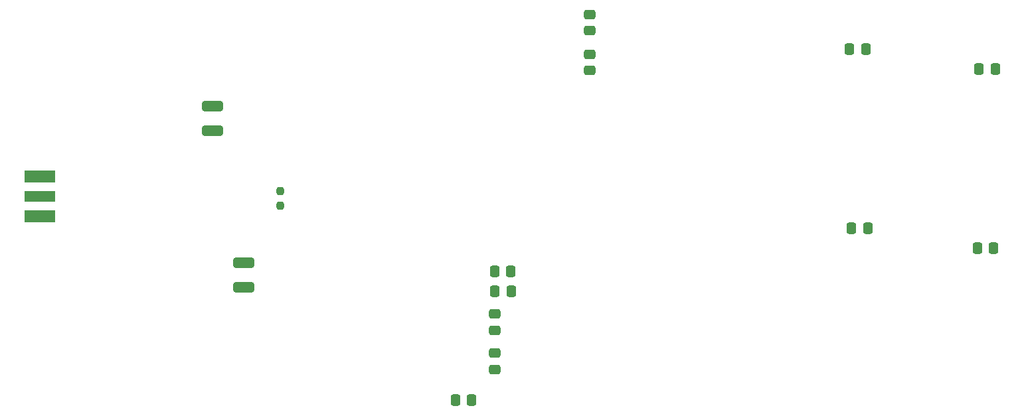
<source format=gbp>
G04 #@! TF.GenerationSoftware,KiCad,Pcbnew,(6.0.0)*
G04 #@! TF.CreationDate,2022-07-21T12:24:26+02:00*
G04 #@! TF.ProjectId,AWG,4157472e-6b69-4636-9164-5f7063625858,rev?*
G04 #@! TF.SameCoordinates,Original*
G04 #@! TF.FileFunction,Paste,Bot*
G04 #@! TF.FilePolarity,Positive*
%FSLAX46Y46*%
G04 Gerber Fmt 4.6, Leading zero omitted, Abs format (unit mm)*
G04 Created by KiCad (PCBNEW (6.0.0)) date 2022-07-21 12:24:26*
%MOMM*%
%LPD*%
G01*
G04 APERTURE LIST*
G04 Aperture macros list*
%AMRoundRect*
0 Rectangle with rounded corners*
0 $1 Rounding radius*
0 $2 $3 $4 $5 $6 $7 $8 $9 X,Y pos of 4 corners*
0 Add a 4 corners polygon primitive as box body*
4,1,4,$2,$3,$4,$5,$6,$7,$8,$9,$2,$3,0*
0 Add four circle primitives for the rounded corners*
1,1,$1+$1,$2,$3*
1,1,$1+$1,$4,$5*
1,1,$1+$1,$6,$7*
1,1,$1+$1,$8,$9*
0 Add four rect primitives between the rounded corners*
20,1,$1+$1,$2,$3,$4,$5,0*
20,1,$1+$1,$4,$5,$6,$7,0*
20,1,$1+$1,$6,$7,$8,$9,0*
20,1,$1+$1,$8,$9,$2,$3,0*%
G04 Aperture macros list end*
%ADD10RoundRect,0.250000X0.475000X-0.337500X0.475000X0.337500X-0.475000X0.337500X-0.475000X-0.337500X0*%
%ADD11RoundRect,0.250000X-0.475000X0.337500X-0.475000X-0.337500X0.475000X-0.337500X0.475000X0.337500X0*%
%ADD12RoundRect,0.250000X-0.337500X-0.475000X0.337500X-0.475000X0.337500X0.475000X-0.337500X0.475000X0*%
%ADD13RoundRect,0.250000X0.337500X0.475000X-0.337500X0.475000X-0.337500X-0.475000X0.337500X-0.475000X0*%
%ADD14R,4.000000X1.400000*%
%ADD15R,4.000000X1.500000*%
%ADD16RoundRect,0.237500X0.237500X-0.250000X0.237500X0.250000X-0.237500X0.250000X-0.237500X-0.250000X0*%
%ADD17RoundRect,0.250000X1.075000X-0.400000X1.075000X0.400000X-1.075000X0.400000X-1.075000X-0.400000X0*%
G04 APERTURE END LIST*
D10*
X212090000Y-70887500D03*
X212090000Y-68812500D03*
D11*
X212090000Y-63732500D03*
X212090000Y-65807500D03*
D12*
X245445000Y-91040000D03*
X247520000Y-91040000D03*
X261490000Y-93580000D03*
X263565000Y-93580000D03*
X245212500Y-68180000D03*
X247287500Y-68180000D03*
X261722500Y-70720000D03*
X263797500Y-70720000D03*
D13*
X197037500Y-113000000D03*
X194962500Y-113000000D03*
D11*
X200000000Y-106962500D03*
X200000000Y-109037500D03*
X200000000Y-101962500D03*
X200000000Y-104037500D03*
D12*
X200000000Y-99060000D03*
X202075000Y-99060000D03*
D14*
X142000000Y-87000000D03*
D15*
X142000000Y-89540000D03*
X142000000Y-84460000D03*
D16*
X172600000Y-88112500D03*
X172600000Y-86287500D03*
D17*
X168000000Y-98550000D03*
X168000000Y-95450000D03*
D12*
X199962500Y-96520000D03*
X202037500Y-96520000D03*
D17*
X164000000Y-78550000D03*
X164000000Y-75450000D03*
M02*

</source>
